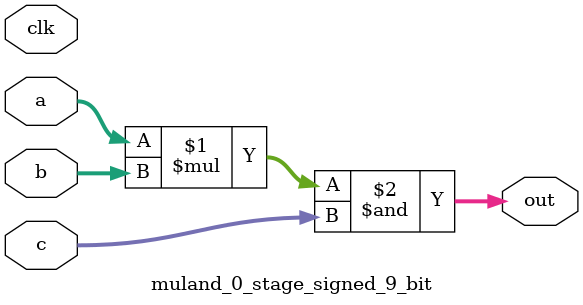
<source format=sv>
(* use_dsp = "yes" *) module muland_0_stage_signed_9_bit(
	input signed [8:0] a,
	input signed [8:0] b,
	input signed [8:0] c,
	output [8:0] out,
	input clk);

	assign out = (a * b) & c;
endmodule

</source>
